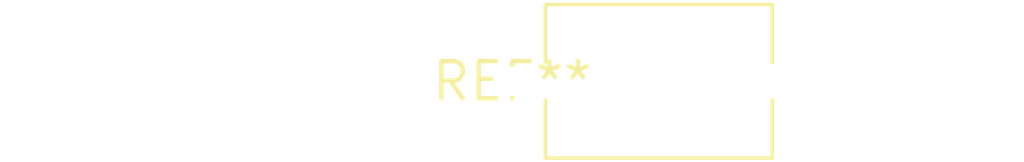
<source format=kicad_pcb>
(kicad_pcb (version 20240108) (generator pcbnew)
  (layers (0 "F.Cu" signal) (31 "B.Cu" signal) (34 "B.Paste" user) (35 "F.Paste" user) (36 "B.SilkS" user "B.Silkscreen") (37 "F.SilkS" user "F.Silkscreen") (38 "B.Mask" user) (39 "F.Mask" user) (44 "Edge.Cuts" user))
  (net 0 "")
  (footprint "C_Disc_D7.5mm_W5.0mm_P10.00mm" (layer "F.Cu") (at 0 0)
    (property "Reference" "REF**")
    (property "Value" "C_Disc_D7.5mm_W5.0mm_P10.00mm")
    (fp_line (start 1.13 -2.62) (end 1.13 -0.636) (layer "F.SilkS") (stroke (width 0.12)))
    (fp_line (start 1.13 -2.62) (end 8.87 -2.62) (layer "F.SilkS") (stroke (width 0.12)))
    (fp_line (start 1.13 0.636) (end 1.13 2.62) (layer "F.SilkS") (stroke (width 0.12)))
    (fp_line (start 1.13 2.62) (end 8.87 2.62) (layer "F.SilkS") (stroke (width 0.12)))
    (fp_line (start 8.87 -2.62) (end 8.87 -0.636) (layer "F.SilkS") (stroke (width 0.12)))
    (fp_line (start 8.87 0.636) (end 8.87 2.62) (layer "F.SilkS") (stroke (width 0.12)))
    (pad "1" thru_hole circle (at 0 0) (size 2 2) (drill 1) (layers *.Cu *.Mask) (remove_unused_layers))
    (pad "2" thru_hole circle (at 10 0) (size 2 2) (drill 1) (layers *.Cu *.Mask) (remove_unused_layers))
  )
)
</source>
